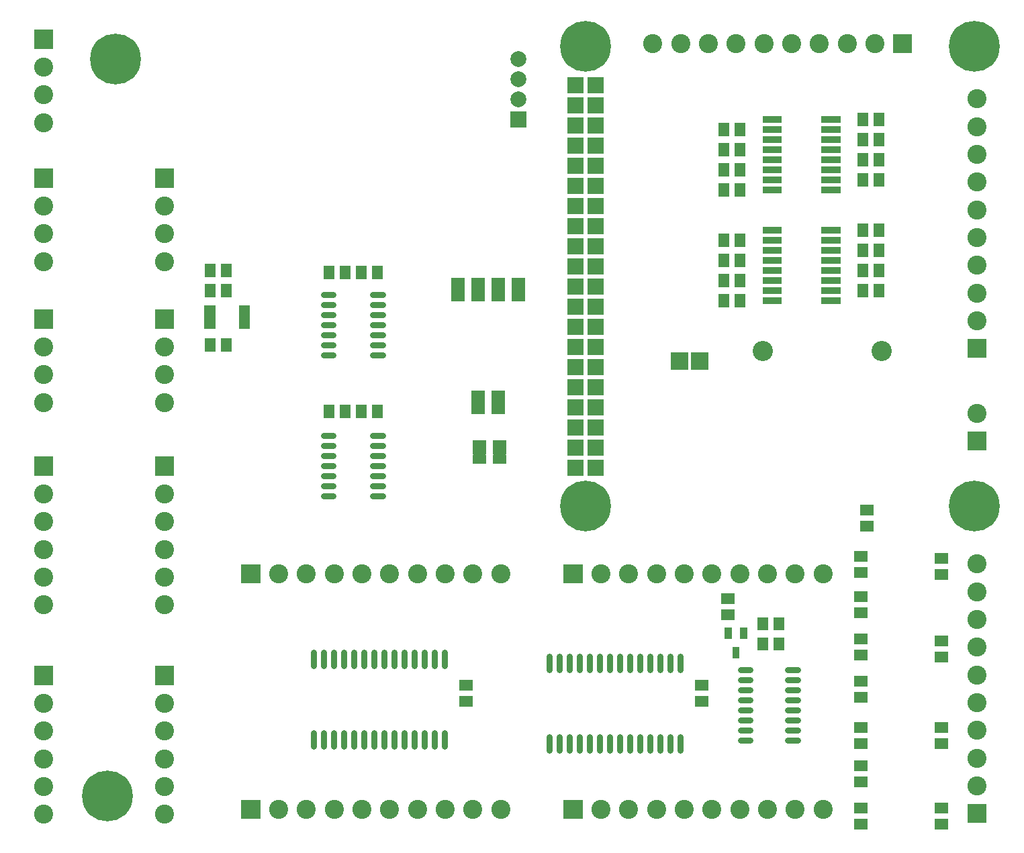
<source format=gbs>
G04 Layer: BottomSolderMaskLayer*
G04 EasyEDA v6.2.43, 2019-09-06T10:00:39+02:00*
G04 e5b5f855a0bb4ad7aac7fda025be0de6,91cc4837159741479c5be70faa949f3f,10*
G04 Gerber Generator version 0.2*
G04 Scale: 100 percent, Rotated: No, Reflected: No *
G04 Dimensions in millimeters *
G04 leading zeros omitted , absolute positions ,3 integer and 3 decimal *
%FSLAX33Y33*%
%MOMM*%
G90*
G71D02*

%ADD54C,0.803199*%
%ADD55R,2.082800X2.082800*%
%ADD57C,2.403196*%
%ADD60C,2.553208*%
%ADD66C,2.003196*%
%ADD78C,6.403188*%

%LPD*%
G54D54*
G01X92291Y11966D02*
G01X91091Y11966D01*
G01X92291Y13236D02*
G01X91091Y13236D01*
G01X92291Y14506D02*
G01X91091Y14506D01*
G01X92291Y15776D02*
G01X91091Y15776D01*
G01X92291Y17046D02*
G01X91091Y17046D01*
G01X92291Y18316D02*
G01X91091Y18316D01*
G01X92291Y19586D02*
G01X91091Y19586D01*
G01X92291Y20856D02*
G01X91091Y20856D01*
G01X98235Y11966D02*
G01X97035Y11966D01*
G01X98235Y13236D02*
G01X97035Y13236D01*
G01X98235Y14506D02*
G01X97035Y14506D01*
G01X98235Y15776D02*
G01X97035Y15776D01*
G01X98235Y17046D02*
G01X97035Y17046D01*
G01X98235Y18316D02*
G01X97035Y18316D01*
G01X98235Y19586D02*
G01X97035Y19586D01*
G01X98235Y20856D02*
G01X97035Y20856D01*
G01X66977Y22547D02*
G01X66977Y20847D01*
G01X68247Y22547D02*
G01X68247Y20847D01*
G01X69517Y22547D02*
G01X69517Y20847D01*
G01X70787Y22547D02*
G01X70787Y20847D01*
G01X72057Y22547D02*
G01X72057Y20847D01*
G01X73327Y22547D02*
G01X73327Y20847D01*
G01X74597Y22547D02*
G01X74597Y20847D01*
G01X75867Y22547D02*
G01X75867Y20847D01*
G01X77137Y22547D02*
G01X77137Y20847D01*
G01X78407Y22547D02*
G01X78407Y20847D01*
G01X79677Y22547D02*
G01X79677Y20847D01*
G01X80947Y22547D02*
G01X80947Y20847D01*
G01X82217Y22547D02*
G01X82217Y20847D01*
G01X83487Y22547D02*
G01X83487Y20847D01*
G01X66977Y12432D02*
G01X66977Y10732D01*
G01X68247Y12432D02*
G01X68247Y10732D01*
G01X69517Y12432D02*
G01X69517Y10732D01*
G01X70787Y12432D02*
G01X70787Y10732D01*
G01X72057Y12432D02*
G01X72057Y10732D01*
G01X73327Y12432D02*
G01X73327Y10732D01*
G01X74597Y12432D02*
G01X74597Y10732D01*
G01X75867Y12432D02*
G01X75867Y10732D01*
G01X77137Y12432D02*
G01X77137Y10732D01*
G01X78407Y12432D02*
G01X78407Y10732D01*
G01X79677Y12432D02*
G01X79677Y10732D01*
G01X80947Y12432D02*
G01X80947Y10732D01*
G01X82217Y12432D02*
G01X82217Y10732D01*
G01X83487Y12432D02*
G01X83487Y10732D01*
G01X37259Y23055D02*
G01X37259Y21355D01*
G01X38529Y23055D02*
G01X38529Y21355D01*
G01X39799Y23055D02*
G01X39799Y21355D01*
G01X41069Y23055D02*
G01X41069Y21355D01*
G01X42339Y23055D02*
G01X42339Y21355D01*
G01X43609Y23055D02*
G01X43609Y21355D01*
G01X44879Y23055D02*
G01X44879Y21355D01*
G01X46149Y23055D02*
G01X46149Y21355D01*
G01X47419Y23055D02*
G01X47419Y21355D01*
G01X48689Y23055D02*
G01X48689Y21355D01*
G01X49959Y23055D02*
G01X49959Y21355D01*
G01X51229Y23055D02*
G01X51229Y21355D01*
G01X52499Y23055D02*
G01X52499Y21355D01*
G01X53769Y23055D02*
G01X53769Y21355D01*
G01X37259Y12940D02*
G01X37259Y11240D01*
G01X38529Y12940D02*
G01X38529Y11240D01*
G01X39799Y12940D02*
G01X39799Y11240D01*
G01X41069Y12940D02*
G01X41069Y11240D01*
G01X42339Y12940D02*
G01X42339Y11240D01*
G01X43609Y12940D02*
G01X43609Y11240D01*
G01X44879Y12940D02*
G01X44879Y11240D01*
G01X46149Y12940D02*
G01X46149Y11240D01*
G01X47419Y12940D02*
G01X47419Y11240D01*
G01X48689Y12940D02*
G01X48689Y11240D01*
G01X49959Y12940D02*
G01X49959Y11240D01*
G01X51229Y12940D02*
G01X51229Y11240D01*
G01X52499Y12940D02*
G01X52499Y11240D01*
G01X53769Y12940D02*
G01X53769Y11240D01*
G01X45911Y50422D02*
G01X44711Y50422D01*
G01X45911Y49152D02*
G01X44711Y49152D01*
G01X45911Y47882D02*
G01X44711Y47882D01*
G01X45911Y46612D02*
G01X44711Y46612D01*
G01X45911Y45342D02*
G01X44711Y45342D01*
G01X45911Y44072D02*
G01X44711Y44072D01*
G01X45911Y42802D02*
G01X44711Y42802D01*
G01X39713Y50422D02*
G01X38513Y50422D01*
G01X39713Y49152D02*
G01X38513Y49152D01*
G01X39713Y47882D02*
G01X38513Y47882D01*
G01X39713Y46612D02*
G01X38513Y46612D01*
G01X39713Y45342D02*
G01X38513Y45342D01*
G01X39713Y44072D02*
G01X38513Y44072D01*
G01X39713Y42802D02*
G01X38513Y42802D01*
G01X45911Y68202D02*
G01X44711Y68202D01*
G01X45911Y66932D02*
G01X44711Y66932D01*
G01X45911Y65662D02*
G01X44711Y65662D01*
G01X45911Y64392D02*
G01X44711Y64392D01*
G01X45911Y63122D02*
G01X44711Y63122D01*
G01X45911Y61852D02*
G01X44711Y61852D01*
G01X45911Y60582D02*
G01X44711Y60582D01*
G01X39713Y68202D02*
G01X38513Y68202D01*
G01X39713Y66932D02*
G01X38513Y66932D01*
G01X39713Y65662D02*
G01X38513Y65662D01*
G01X39713Y64392D02*
G01X38513Y64392D01*
G01X39713Y63122D02*
G01X38513Y63122D01*
G01X39713Y61852D02*
G01X38513Y61852D01*
G01X39713Y60582D02*
G01X38513Y60582D01*
G36*
G01X95239Y23299D02*
G01X95239Y24971D01*
G01X96601Y24971D01*
G01X96601Y23299D01*
G01X95239Y23299D01*
G37*
G36*
G01X93207Y23299D02*
G01X93207Y24971D01*
G01X94569Y24971D01*
G01X94569Y23299D01*
G01X93207Y23299D01*
G37*
G36*
G01X106146Y38311D02*
G01X106146Y39672D01*
G01X107817Y39672D01*
G01X107817Y38311D01*
G01X106146Y38311D01*
G37*
G36*
G01X106146Y40343D02*
G01X106146Y41704D01*
G01X107817Y41704D01*
G01X107817Y40343D01*
G01X106146Y40343D01*
G37*
G36*
G01X115544Y32215D02*
G01X115544Y33576D01*
G01X117215Y33576D01*
G01X117215Y32215D01*
G01X115544Y32215D01*
G37*
G36*
G01X115544Y34247D02*
G01X115544Y35608D01*
G01X117215Y35608D01*
G01X117215Y34247D01*
G01X115544Y34247D01*
G37*
G36*
G01X105384Y32469D02*
G01X105384Y33830D01*
G01X107055Y33830D01*
G01X107055Y32469D01*
G01X105384Y32469D01*
G37*
G36*
G01X105384Y34501D02*
G01X105384Y35862D01*
G01X107055Y35862D01*
G01X107055Y34501D01*
G01X105384Y34501D01*
G37*
G36*
G01X105384Y27389D02*
G01X105384Y28750D01*
G01X107055Y28750D01*
G01X107055Y27389D01*
G01X105384Y27389D01*
G37*
G36*
G01X105384Y29421D02*
G01X105384Y30782D01*
G01X107055Y30782D01*
G01X107055Y29421D01*
G01X105384Y29421D01*
G37*
G36*
G01X115544Y21801D02*
G01X115544Y23162D01*
G01X117215Y23162D01*
G01X117215Y21801D01*
G01X115544Y21801D01*
G37*
G36*
G01X115544Y23833D02*
G01X115544Y25194D01*
G01X117215Y25194D01*
G01X117215Y23833D01*
G01X115544Y23833D01*
G37*
G36*
G01X105384Y22055D02*
G01X105384Y23416D01*
G01X107055Y23416D01*
G01X107055Y22055D01*
G01X105384Y22055D01*
G37*
G36*
G01X105384Y24087D02*
G01X105384Y25448D01*
G01X107055Y25448D01*
G01X107055Y24087D01*
G01X105384Y24087D01*
G37*
G36*
G01X105384Y16721D02*
G01X105384Y18082D01*
G01X107055Y18082D01*
G01X107055Y16721D01*
G01X105384Y16721D01*
G37*
G36*
G01X105384Y18753D02*
G01X105384Y20114D01*
G01X107055Y20114D01*
G01X107055Y18753D01*
G01X105384Y18753D01*
G37*
G36*
G01X115544Y10879D02*
G01X115544Y12240D01*
G01X117215Y12240D01*
G01X117215Y10879D01*
G01X115544Y10879D01*
G37*
G36*
G01X115544Y12911D02*
G01X115544Y14272D01*
G01X117215Y14272D01*
G01X117215Y12911D01*
G01X115544Y12911D01*
G37*
G36*
G01X105384Y10879D02*
G01X105384Y12240D01*
G01X107055Y12240D01*
G01X107055Y10879D01*
G01X105384Y10879D01*
G37*
G36*
G01X105384Y12911D02*
G01X105384Y14272D01*
G01X107055Y14272D01*
G01X107055Y12911D01*
G01X105384Y12911D01*
G37*
G36*
G01X105384Y6053D02*
G01X105384Y7414D01*
G01X107055Y7414D01*
G01X107055Y6053D01*
G01X105384Y6053D01*
G37*
G36*
G01X105384Y8085D02*
G01X105384Y9446D01*
G01X107055Y9446D01*
G01X107055Y8085D01*
G01X105384Y8085D01*
G37*
G36*
G01X115544Y719D02*
G01X115544Y2080D01*
G01X117215Y2080D01*
G01X117215Y719D01*
G01X115544Y719D01*
G37*
G36*
G01X115544Y2751D02*
G01X115544Y4112D01*
G01X117215Y4112D01*
G01X117215Y2751D01*
G01X115544Y2751D01*
G37*
G36*
G01X105384Y719D02*
G01X105384Y2080D01*
G01X107055Y2080D01*
G01X107055Y719D01*
G01X105384Y719D01*
G37*
G36*
G01X105384Y2751D02*
G01X105384Y4112D01*
G01X107055Y4112D01*
G01X107055Y2751D01*
G01X105384Y2751D01*
G37*
G36*
G01X90020Y22283D02*
G01X90020Y23736D01*
G01X90924Y23736D01*
G01X90924Y22283D01*
G01X90020Y22283D01*
G37*
G36*
G01X90970Y24783D02*
G01X90970Y26236D01*
G01X91874Y26236D01*
G01X91874Y24783D01*
G01X90970Y24783D01*
G37*
G36*
G01X89070Y24783D02*
G01X89070Y26236D01*
G01X89974Y26236D01*
G01X89974Y24783D01*
G01X89070Y24783D01*
G37*
G36*
G01X88620Y27135D02*
G01X88620Y28496D01*
G01X90291Y28496D01*
G01X90291Y27135D01*
G01X88620Y27135D01*
G37*
G36*
G01X88620Y29167D02*
G01X88620Y30528D01*
G01X90291Y30528D01*
G01X90291Y29167D01*
G01X88620Y29167D01*
G37*
G36*
G01X95239Y25839D02*
G01X95239Y27511D01*
G01X96601Y27511D01*
G01X96601Y25839D01*
G01X95239Y25839D01*
G37*
G36*
G01X93207Y25839D02*
G01X93207Y27511D01*
G01X94569Y27511D01*
G01X94569Y25839D01*
G01X93207Y25839D01*
G37*
G36*
G01X88267Y88194D02*
G01X88267Y89865D01*
G01X89631Y89865D01*
G01X89631Y88194D01*
G01X88267Y88194D01*
G37*
G36*
G01X90299Y88194D02*
G01X90299Y89865D01*
G01X91663Y89865D01*
G01X91663Y88194D01*
G01X90299Y88194D01*
G37*
G36*
G01X105793Y81844D02*
G01X105793Y83515D01*
G01X107157Y83515D01*
G01X107157Y81844D01*
G01X105793Y81844D01*
G37*
G36*
G01X107825Y81844D02*
G01X107825Y83515D01*
G01X109189Y83515D01*
G01X109189Y81844D01*
G01X107825Y81844D01*
G37*
G36*
G01X93842Y80957D02*
G01X93842Y81862D01*
G01X96245Y81862D01*
G01X96245Y80957D01*
G01X93842Y80957D01*
G37*
G36*
G01X93842Y82227D02*
G01X93842Y83132D01*
G01X96245Y83132D01*
G01X96245Y82227D01*
G01X93842Y82227D01*
G37*
G36*
G01X93842Y83497D02*
G01X93842Y84402D01*
G01X96245Y84402D01*
G01X96245Y83497D01*
G01X93842Y83497D01*
G37*
G36*
G01X93842Y84767D02*
G01X93842Y85672D01*
G01X96245Y85672D01*
G01X96245Y84767D01*
G01X93842Y84767D01*
G37*
G36*
G01X93842Y86037D02*
G01X93842Y86942D01*
G01X96245Y86942D01*
G01X96245Y86037D01*
G01X93842Y86037D01*
G37*
G36*
G01X93842Y87307D02*
G01X93842Y88212D01*
G01X96245Y88212D01*
G01X96245Y87307D01*
G01X93842Y87307D01*
G37*
G36*
G01X93842Y88577D02*
G01X93842Y89482D01*
G01X96245Y89482D01*
G01X96245Y88577D01*
G01X93842Y88577D01*
G37*
G36*
G01X93842Y89847D02*
G01X93842Y90752D01*
G01X96245Y90752D01*
G01X96245Y89847D01*
G01X93842Y89847D01*
G37*
G36*
G01X101241Y89847D02*
G01X101241Y90752D01*
G01X103644Y90752D01*
G01X103644Y89847D01*
G01X101241Y89847D01*
G37*
G36*
G01X101241Y88577D02*
G01X101241Y89482D01*
G01X103644Y89482D01*
G01X103644Y88577D01*
G01X101241Y88577D01*
G37*
G36*
G01X101241Y87307D02*
G01X101241Y88212D01*
G01X103644Y88212D01*
G01X103644Y87307D01*
G01X101241Y87307D01*
G37*
G36*
G01X101241Y86037D02*
G01X101241Y86942D01*
G01X103644Y86942D01*
G01X103644Y86037D01*
G01X101241Y86037D01*
G37*
G36*
G01X101241Y84767D02*
G01X101241Y85672D01*
G01X103644Y85672D01*
G01X103644Y84767D01*
G01X101241Y84767D01*
G37*
G36*
G01X101241Y83497D02*
G01X101241Y84402D01*
G01X103644Y84402D01*
G01X103644Y83497D01*
G01X101241Y83497D01*
G37*
G36*
G01X101241Y82227D02*
G01X101241Y83132D01*
G01X103644Y83132D01*
G01X103644Y82227D01*
G01X101241Y82227D01*
G37*
G36*
G01X101241Y80957D02*
G01X101241Y81862D01*
G01X103644Y81862D01*
G01X103644Y80957D01*
G01X101241Y80957D01*
G37*
G36*
G01X105793Y84384D02*
G01X105793Y86055D01*
G01X107157Y86055D01*
G01X107157Y84384D01*
G01X105793Y84384D01*
G37*
G36*
G01X107825Y84384D02*
G01X107825Y86055D01*
G01X109189Y86055D01*
G01X109189Y84384D01*
G01X107825Y84384D01*
G37*
G36*
G01X105793Y86924D02*
G01X105793Y88595D01*
G01X107157Y88595D01*
G01X107157Y86924D01*
G01X105793Y86924D01*
G37*
G36*
G01X107825Y86924D02*
G01X107825Y88595D01*
G01X109189Y88595D01*
G01X109189Y86924D01*
G01X107825Y86924D01*
G37*
G36*
G01X105793Y89464D02*
G01X105793Y91135D01*
G01X107157Y91135D01*
G01X107157Y89464D01*
G01X105793Y89464D01*
G37*
G36*
G01X107825Y89464D02*
G01X107825Y91135D01*
G01X109189Y91135D01*
G01X109189Y89464D01*
G01X107825Y89464D01*
G37*
G36*
G01X88267Y85654D02*
G01X88267Y87325D01*
G01X89631Y87325D01*
G01X89631Y85654D01*
G01X88267Y85654D01*
G37*
G36*
G01X90299Y85654D02*
G01X90299Y87325D01*
G01X91663Y87325D01*
G01X91663Y85654D01*
G01X90299Y85654D01*
G37*
G36*
G01X88267Y83114D02*
G01X88267Y84785D01*
G01X89631Y84785D01*
G01X89631Y83114D01*
G01X88267Y83114D01*
G37*
G36*
G01X90299Y83114D02*
G01X90299Y84785D01*
G01X91663Y84785D01*
G01X91663Y83114D01*
G01X90299Y83114D01*
G37*
G36*
G01X88267Y80574D02*
G01X88267Y82245D01*
G01X89631Y82245D01*
G01X89631Y80574D01*
G01X88267Y80574D01*
G37*
G36*
G01X90299Y80574D02*
G01X90299Y82245D01*
G01X91663Y82245D01*
G01X91663Y80574D01*
G01X90299Y80574D01*
G37*
G36*
G01X88267Y74224D02*
G01X88267Y75895D01*
G01X89631Y75895D01*
G01X89631Y74224D01*
G01X88267Y74224D01*
G37*
G36*
G01X90299Y74224D02*
G01X90299Y75895D01*
G01X91663Y75895D01*
G01X91663Y74224D01*
G01X90299Y74224D01*
G37*
G36*
G01X105793Y67874D02*
G01X105793Y69545D01*
G01X107157Y69545D01*
G01X107157Y67874D01*
G01X105793Y67874D01*
G37*
G36*
G01X107825Y67874D02*
G01X107825Y69545D01*
G01X109189Y69545D01*
G01X109189Y67874D01*
G01X107825Y67874D01*
G37*
G36*
G01X93842Y66987D02*
G01X93842Y67892D01*
G01X96245Y67892D01*
G01X96245Y66987D01*
G01X93842Y66987D01*
G37*
G36*
G01X93842Y68257D02*
G01X93842Y69162D01*
G01X96245Y69162D01*
G01X96245Y68257D01*
G01X93842Y68257D01*
G37*
G36*
G01X93842Y69527D02*
G01X93842Y70432D01*
G01X96245Y70432D01*
G01X96245Y69527D01*
G01X93842Y69527D01*
G37*
G36*
G01X93842Y70797D02*
G01X93842Y71702D01*
G01X96245Y71702D01*
G01X96245Y70797D01*
G01X93842Y70797D01*
G37*
G36*
G01X93842Y72067D02*
G01X93842Y72972D01*
G01X96245Y72972D01*
G01X96245Y72067D01*
G01X93842Y72067D01*
G37*
G36*
G01X93842Y73337D02*
G01X93842Y74242D01*
G01X96245Y74242D01*
G01X96245Y73337D01*
G01X93842Y73337D01*
G37*
G36*
G01X93842Y74607D02*
G01X93842Y75512D01*
G01X96245Y75512D01*
G01X96245Y74607D01*
G01X93842Y74607D01*
G37*
G36*
G01X93842Y75877D02*
G01X93842Y76782D01*
G01X96245Y76782D01*
G01X96245Y75877D01*
G01X93842Y75877D01*
G37*
G36*
G01X101241Y75877D02*
G01X101241Y76782D01*
G01X103644Y76782D01*
G01X103644Y75877D01*
G01X101241Y75877D01*
G37*
G36*
G01X101241Y74607D02*
G01X101241Y75512D01*
G01X103644Y75512D01*
G01X103644Y74607D01*
G01X101241Y74607D01*
G37*
G36*
G01X101241Y73337D02*
G01X101241Y74242D01*
G01X103644Y74242D01*
G01X103644Y73337D01*
G01X101241Y73337D01*
G37*
G36*
G01X101241Y72067D02*
G01X101241Y72972D01*
G01X103644Y72972D01*
G01X103644Y72067D01*
G01X101241Y72067D01*
G37*
G36*
G01X101241Y70797D02*
G01X101241Y71702D01*
G01X103644Y71702D01*
G01X103644Y70797D01*
G01X101241Y70797D01*
G37*
G36*
G01X101241Y69527D02*
G01X101241Y70432D01*
G01X103644Y70432D01*
G01X103644Y69527D01*
G01X101241Y69527D01*
G37*
G36*
G01X101241Y68257D02*
G01X101241Y69162D01*
G01X103644Y69162D01*
G01X103644Y68257D01*
G01X101241Y68257D01*
G37*
G36*
G01X101241Y66987D02*
G01X101241Y67892D01*
G01X103644Y67892D01*
G01X103644Y66987D01*
G01X101241Y66987D01*
G37*
G36*
G01X105793Y70414D02*
G01X105793Y72085D01*
G01X107157Y72085D01*
G01X107157Y70414D01*
G01X105793Y70414D01*
G37*
G36*
G01X107825Y70414D02*
G01X107825Y72085D01*
G01X109189Y72085D01*
G01X109189Y70414D01*
G01X107825Y70414D01*
G37*
G36*
G01X105793Y72954D02*
G01X105793Y74625D01*
G01X107157Y74625D01*
G01X107157Y72954D01*
G01X105793Y72954D01*
G37*
G36*
G01X107825Y72954D02*
G01X107825Y74625D01*
G01X109189Y74625D01*
G01X109189Y72954D01*
G01X107825Y72954D01*
G37*
G36*
G01X105793Y75494D02*
G01X105793Y77165D01*
G01X107157Y77165D01*
G01X107157Y75494D01*
G01X105793Y75494D01*
G37*
G36*
G01X107825Y75494D02*
G01X107825Y77165D01*
G01X109189Y77165D01*
G01X109189Y75494D01*
G01X107825Y75494D01*
G37*
G36*
G01X88267Y71684D02*
G01X88267Y73355D01*
G01X89631Y73355D01*
G01X89631Y71684D01*
G01X88267Y71684D01*
G37*
G36*
G01X90299Y71684D02*
G01X90299Y73355D01*
G01X91663Y73355D01*
G01X91663Y71684D01*
G01X90299Y71684D01*
G37*
G36*
G01X88267Y69144D02*
G01X88267Y70815D01*
G01X89631Y70815D01*
G01X89631Y69144D01*
G01X88267Y69144D01*
G37*
G36*
G01X90299Y69144D02*
G01X90299Y70815D01*
G01X91663Y70815D01*
G01X91663Y69144D01*
G01X90299Y69144D01*
G37*
G36*
G01X88267Y66604D02*
G01X88267Y68275D01*
G01X89631Y68275D01*
G01X89631Y66604D01*
G01X88267Y66604D01*
G37*
G36*
G01X90299Y66604D02*
G01X90299Y68275D01*
G01X91663Y68275D01*
G01X91663Y66604D01*
G01X90299Y66604D01*
G37*
G36*
G01X85318Y18245D02*
G01X85318Y19606D01*
G01X86992Y19606D01*
G01X86992Y18245D01*
G01X85318Y18245D01*
G37*
G36*
G01X85318Y16213D02*
G01X85318Y17574D01*
G01X86992Y17574D01*
G01X86992Y16213D01*
G01X85318Y16213D01*
G37*
G36*
G01X55600Y18245D02*
G01X55600Y19606D01*
G01X57274Y19606D01*
G01X57274Y18245D01*
G01X55600Y18245D01*
G37*
G36*
G01X55600Y16213D02*
G01X55600Y17574D01*
G01X57274Y17574D01*
G01X57274Y16213D01*
G01X55600Y16213D01*
G37*
G36*
G01X23446Y65999D02*
G01X23446Y66848D01*
G01X24846Y66848D01*
G01X24846Y65999D01*
G01X23446Y65999D01*
G37*
G36*
G01X23446Y65349D02*
G01X23446Y66048D01*
G01X24846Y66048D01*
G01X24846Y65349D01*
G01X23446Y65349D01*
G37*
G36*
G01X23446Y64699D02*
G01X23446Y65397D01*
G01X24846Y65397D01*
G01X24846Y64699D01*
G01X23446Y64699D01*
G37*
G36*
G01X23446Y63899D02*
G01X23446Y64750D01*
G01X24846Y64750D01*
G01X24846Y63899D01*
G01X23446Y63899D01*
G37*
G36*
G01X27797Y63899D02*
G01X27797Y64750D01*
G01X29197Y64750D01*
G01X29197Y63899D01*
G01X27797Y63899D01*
G37*
G36*
G01X27797Y64699D02*
G01X27797Y65397D01*
G01X29197Y65397D01*
G01X29197Y64699D01*
G01X27797Y64699D01*
G37*
G36*
G01X27797Y65349D02*
G01X27797Y66048D01*
G01X29197Y66048D01*
G01X29197Y65349D01*
G01X27797Y65349D01*
G37*
G36*
G01X27797Y65999D02*
G01X27797Y66848D01*
G01X29197Y66848D01*
G01X29197Y65999D01*
G01X27797Y65999D01*
G37*
G36*
G01X23497Y61016D02*
G01X23497Y62687D01*
G01X24861Y62687D01*
G01X24861Y61016D01*
G01X23497Y61016D01*
G37*
G36*
G01X25529Y61016D02*
G01X25529Y62687D01*
G01X26893Y62687D01*
G01X26893Y61016D01*
G01X25529Y61016D01*
G37*
G36*
G01X23497Y70414D02*
G01X23497Y72085D01*
G01X24861Y72085D01*
G01X24861Y70414D01*
G01X23497Y70414D01*
G37*
G36*
G01X25529Y70414D02*
G01X25529Y72085D01*
G01X26893Y72085D01*
G01X26893Y70414D01*
G01X25529Y70414D01*
G37*
G36*
G01X25529Y67874D02*
G01X25529Y69545D01*
G01X26893Y69545D01*
G01X26893Y67874D01*
G01X25529Y67874D01*
G37*
G36*
G01X23497Y67874D02*
G01X23497Y69545D01*
G01X24861Y69545D01*
G01X24861Y67874D01*
G01X23497Y67874D01*
G37*
G36*
G01X40515Y52634D02*
G01X40515Y54305D01*
G01X41876Y54305D01*
G01X41876Y52634D01*
G01X40515Y52634D01*
G37*
G36*
G01X38483Y52634D02*
G01X38483Y54305D01*
G01X39844Y54305D01*
G01X39844Y52634D01*
G01X38483Y52634D01*
G37*
G36*
G01X42547Y52634D02*
G01X42547Y54305D01*
G01X43911Y54305D01*
G01X43911Y52634D01*
G01X42547Y52634D01*
G37*
G36*
G01X44579Y52634D02*
G01X44579Y54305D01*
G01X45943Y54305D01*
G01X45943Y52634D01*
G01X44579Y52634D01*
G37*
G36*
G01X40515Y70160D02*
G01X40515Y71831D01*
G01X41876Y71831D01*
G01X41876Y70160D01*
G01X40515Y70160D01*
G37*
G36*
G01X38483Y70160D02*
G01X38483Y71831D01*
G01X39844Y71831D01*
G01X39844Y70160D01*
G01X38483Y70160D01*
G37*
G36*
G01X42547Y70160D02*
G01X42547Y71831D01*
G01X43911Y71831D01*
G01X43911Y70160D01*
G01X42547Y70160D01*
G37*
G36*
G01X44579Y70160D02*
G01X44579Y71831D01*
G01X45943Y71831D01*
G01X45943Y70160D01*
G01X44579Y70160D01*
G37*
G36*
G01X63040Y69230D02*
G01X62176Y69662D01*
G01X62176Y70335D01*
G01X63903Y70335D01*
G01X63903Y69662D01*
G01X63040Y69230D01*
G37*
G36*
G01X63040Y68087D02*
G01X62176Y68519D01*
G01X62176Y69637D01*
G01X63040Y69205D01*
G01X63903Y69637D01*
G01X63903Y68519D01*
G01X63040Y68087D01*
G37*
G36*
G01X62176Y67338D02*
G01X62176Y68494D01*
G01X63040Y68062D01*
G01X63903Y68494D01*
G01X63903Y67338D01*
G01X62176Y67338D01*
G37*
G36*
G01X60500Y69230D02*
G01X59636Y69662D01*
G01X59636Y70335D01*
G01X61363Y70335D01*
G01X61363Y69662D01*
G01X60500Y69230D01*
G37*
G36*
G01X60500Y68087D02*
G01X59636Y68519D01*
G01X59636Y69637D01*
G01X60500Y69205D01*
G01X61363Y69637D01*
G01X61363Y68519D01*
G01X60500Y68087D01*
G37*
G36*
G01X59636Y67338D02*
G01X59636Y68494D01*
G01X60500Y68062D01*
G01X61363Y68494D01*
G01X61363Y67338D01*
G01X59636Y67338D01*
G37*
G36*
G01X57960Y69230D02*
G01X57096Y69662D01*
G01X57096Y70335D01*
G01X58823Y70335D01*
G01X58823Y69662D01*
G01X57960Y69230D01*
G37*
G36*
G01X57960Y68087D02*
G01X57096Y68519D01*
G01X57096Y69637D01*
G01X57960Y69205D01*
G01X58823Y69637D01*
G01X58823Y68519D01*
G01X57960Y68087D01*
G37*
G36*
G01X57096Y67338D02*
G01X57096Y68494D01*
G01X57960Y68062D01*
G01X58823Y68494D01*
G01X58823Y67338D01*
G01X57096Y67338D01*
G37*
G36*
G01X55420Y69230D02*
G01X54556Y69662D01*
G01X54556Y70335D01*
G01X56283Y70335D01*
G01X56283Y69662D01*
G01X55420Y69230D01*
G37*
G36*
G01X55420Y68087D02*
G01X54556Y68519D01*
G01X54556Y69637D01*
G01X55420Y69205D01*
G01X56283Y69637D01*
G01X56283Y68519D01*
G01X55420Y68087D01*
G37*
G36*
G01X54556Y67338D02*
G01X54556Y68494D01*
G01X55420Y68062D01*
G01X56283Y68494D01*
G01X56283Y67338D01*
G01X54556Y67338D01*
G37*
G36*
G01X58120Y48738D02*
G01X57256Y49169D01*
G01X57256Y49842D01*
G01X58983Y49842D01*
G01X58983Y49169D01*
G01X58120Y48738D01*
G37*
G36*
G01X58120Y47595D02*
G01X57256Y48026D01*
G01X57256Y49144D01*
G01X58120Y48712D01*
G01X58983Y49144D01*
G01X58983Y48026D01*
G01X58120Y47595D01*
G37*
G36*
G01X57256Y46845D02*
G01X57256Y48001D01*
G01X58120Y47569D01*
G01X58983Y48001D01*
G01X58983Y46845D01*
G01X57256Y46845D01*
G37*
G36*
G01X60660Y48738D02*
G01X59796Y49169D01*
G01X59796Y49842D01*
G01X61523Y49842D01*
G01X61523Y49169D01*
G01X60660Y48738D01*
G37*
G36*
G01X60660Y47595D02*
G01X59796Y48026D01*
G01X59796Y49144D01*
G01X60660Y48712D01*
G01X61523Y49144D01*
G01X61523Y48026D01*
G01X60660Y47595D01*
G37*
G36*
G01X59796Y46845D02*
G01X59796Y48001D01*
G01X60660Y47569D01*
G01X61523Y48001D01*
G01X61523Y46845D01*
G01X59796Y46845D01*
G37*
G36*
G01X57960Y55006D02*
G01X57096Y55438D01*
G01X57096Y56111D01*
G01X58823Y56111D01*
G01X58823Y55438D01*
G01X57960Y55006D01*
G37*
G36*
G01X57960Y53863D02*
G01X57096Y54295D01*
G01X57096Y55413D01*
G01X57960Y54981D01*
G01X58823Y55413D01*
G01X58823Y54295D01*
G01X57960Y53863D01*
G37*
G36*
G01X57096Y53114D02*
G01X57096Y54270D01*
G01X57960Y53838D01*
G01X58823Y54270D01*
G01X58823Y53114D01*
G01X57096Y53114D01*
G37*
G36*
G01X60500Y55006D02*
G01X59636Y55438D01*
G01X59636Y56111D01*
G01X61363Y56111D01*
G01X61363Y55438D01*
G01X60500Y55006D01*
G37*
G36*
G01X60500Y53863D02*
G01X59636Y54295D01*
G01X59636Y55413D01*
G01X60500Y54981D01*
G01X61363Y55413D01*
G01X61363Y54295D01*
G01X60500Y53863D01*
G37*
G36*
G01X59636Y53114D02*
G01X59636Y54270D01*
G01X60500Y53838D01*
G01X61363Y54270D01*
G01X61363Y53114D01*
G01X59636Y53114D01*
G37*
G54D55*
G01X72771Y46370D03*
G01X70231Y46370D03*
G01X72771Y48910D03*
G01X70231Y48910D03*
G01X72771Y51450D03*
G01X70231Y51450D03*
G01X72771Y53990D03*
G01X70231Y53990D03*
G01X72771Y56530D03*
G01X70231Y56530D03*
G01X72771Y59070D03*
G01X70231Y59070D03*
G01X72771Y61610D03*
G01X70231Y61610D03*
G01X72771Y64150D03*
G01X70231Y64150D03*
G01X72771Y66690D03*
G01X70231Y66690D03*
G01X72771Y69230D03*
G01X70231Y69230D03*
G01X72771Y71770D03*
G01X70231Y71770D03*
G01X72771Y74310D03*
G01X70231Y74310D03*
G01X72771Y76850D03*
G01X70231Y76850D03*
G01X72771Y79390D03*
G01X70231Y79390D03*
G01X72771Y81930D03*
G01X70231Y81930D03*
G01X72771Y84470D03*
G01X70231Y84470D03*
G01X72771Y87010D03*
G01X70231Y87010D03*
G01X72771Y89550D03*
G01X70231Y89550D03*
G01X72771Y92090D03*
G01X70231Y92090D03*
G01X72771Y94630D03*
G01X70231Y94630D03*
G36*
G01X28117Y2040D02*
G01X28117Y4442D01*
G01X30520Y4442D01*
G01X30520Y2040D01*
G01X28117Y2040D01*
G37*
G54D57*
G01X32818Y3242D03*
G01X36318Y3242D03*
G01X39818Y3242D03*
G01X43318Y3242D03*
G01X46818Y3242D03*
G01X50318Y3242D03*
G01X53818Y3242D03*
G01X57318Y3242D03*
G01X60818Y3242D03*
G36*
G01X28117Y31758D02*
G01X28117Y34160D01*
G01X30520Y34160D01*
G01X30520Y31758D01*
G01X28117Y31758D01*
G37*
G01X32818Y32959D03*
G01X36318Y32959D03*
G01X39818Y32959D03*
G01X43318Y32959D03*
G01X46818Y32959D03*
G01X50318Y32959D03*
G01X53818Y32959D03*
G01X57318Y32959D03*
G01X60818Y32959D03*
G54D60*
G01X108886Y61089D03*
G01X93886Y61089D03*
G36*
G01X68757Y2040D02*
G01X68757Y4442D01*
G01X71160Y4442D01*
G01X71160Y2040D01*
G01X68757Y2040D01*
G37*
G54D57*
G01X73458Y3242D03*
G01X76958Y3242D03*
G01X80458Y3242D03*
G01X83958Y3242D03*
G01X87458Y3242D03*
G01X90958Y3242D03*
G01X94458Y3242D03*
G01X97958Y3242D03*
G01X101458Y3242D03*
G36*
G01X68757Y31758D02*
G01X68757Y34160D01*
G01X71160Y34160D01*
G01X71160Y31758D01*
G01X68757Y31758D01*
G37*
G01X73458Y32959D03*
G01X76958Y32959D03*
G01X80458Y32959D03*
G01X83958Y32959D03*
G01X87458Y32959D03*
G01X90958Y32959D03*
G01X94458Y32959D03*
G01X97958Y32959D03*
G01X101458Y32959D03*
G36*
G01X110291Y98687D02*
G01X110291Y101089D01*
G01X112697Y101089D01*
G01X112697Y98687D01*
G01X110291Y98687D01*
G37*
G01X107994Y99888D03*
G01X104494Y99888D03*
G01X100994Y99888D03*
G01X97494Y99888D03*
G01X93994Y99888D03*
G01X90494Y99888D03*
G01X86994Y99888D03*
G01X83494Y99888D03*
G01X79994Y99888D03*
G36*
G01X119687Y60203D02*
G01X119687Y62606D01*
G01X122090Y62606D01*
G01X122090Y60203D01*
G01X119687Y60203D01*
G37*
G01X120888Y64904D03*
G01X120888Y68403D03*
G01X120888Y71904D03*
G01X120888Y75403D03*
G01X120888Y78904D03*
G01X120888Y82403D03*
G01X120888Y85904D03*
G01X120888Y89403D03*
G01X120888Y92904D03*
G36*
G01X119687Y1529D02*
G01X119687Y3932D01*
G01X122090Y3932D01*
G01X122090Y1529D01*
G01X119687Y1529D01*
G37*
G01X120888Y6230D03*
G01X120888Y9729D03*
G01X120888Y13230D03*
G01X120888Y16729D03*
G01X120888Y20230D03*
G01X120888Y23729D03*
G01X120888Y27230D03*
G01X120888Y30729D03*
G01X120888Y34230D03*
G36*
G01X1958Y45349D02*
G01X1958Y47752D01*
G01X4361Y47752D01*
G01X4361Y45349D01*
G01X1958Y45349D01*
G37*
G01X3160Y43051D03*
G01X3160Y39552D03*
G01X3160Y36051D03*
G01X3160Y32552D03*
G01X3160Y29052D03*
G36*
G01X17198Y45349D02*
G01X17198Y47752D01*
G01X19601Y47752D01*
G01X19601Y45349D01*
G01X17198Y45349D01*
G37*
G01X18400Y43051D03*
G01X18400Y39552D03*
G01X18400Y36051D03*
G01X18400Y32552D03*
G01X18400Y29052D03*
G36*
G01X1958Y18933D02*
G01X1958Y21336D01*
G01X4361Y21336D01*
G01X4361Y18933D01*
G01X1958Y18933D01*
G37*
G01X3160Y16635D03*
G01X3160Y13136D03*
G01X3160Y9635D03*
G01X3160Y6136D03*
G01X3160Y2636D03*
G36*
G01X17198Y18933D02*
G01X17198Y21336D01*
G01X19601Y21336D01*
G01X19601Y18933D01*
G01X17198Y18933D01*
G37*
G01X18400Y16635D03*
G01X18400Y13136D03*
G01X18400Y9635D03*
G01X18400Y6136D03*
G01X18400Y2636D03*
G36*
G01X17198Y81671D02*
G01X17198Y84074D01*
G01X19601Y84074D01*
G01X19601Y81671D01*
G01X17198Y81671D01*
G37*
G01X18400Y79373D03*
G01X18400Y75874D03*
G01X18400Y72373D03*
G36*
G01X1958Y81671D02*
G01X1958Y84074D01*
G01X4361Y84074D01*
G01X4361Y81671D01*
G01X1958Y81671D01*
G37*
G01X3160Y79373D03*
G01X3160Y75874D03*
G01X3160Y72373D03*
G36*
G01X17198Y63891D02*
G01X17198Y66294D01*
G01X19601Y66294D01*
G01X19601Y63891D01*
G01X17198Y63891D01*
G37*
G01X18400Y61593D03*
G01X18400Y58094D03*
G01X18400Y54593D03*
G36*
G01X1958Y63891D02*
G01X1958Y66294D01*
G01X4361Y66294D01*
G01X4361Y63891D01*
G01X1958Y63891D01*
G37*
G01X3160Y61593D03*
G01X3160Y58094D03*
G01X3160Y54593D03*
G36*
G01X1958Y99197D02*
G01X1958Y101600D01*
G01X4361Y101600D01*
G01X4361Y99197D01*
G01X1958Y99197D01*
G37*
G01X3160Y96899D03*
G01X3160Y93400D03*
G01X3160Y89899D03*
G36*
G01X119687Y48517D02*
G01X119687Y50922D01*
G01X122090Y50922D01*
G01X122090Y48517D01*
G01X119687Y48517D01*
G37*
G01X120888Y53220D03*
G36*
G01X62039Y89299D02*
G01X62039Y91300D01*
G01X64041Y91300D01*
G01X64041Y89299D01*
G01X62039Y89299D01*
G37*
G54D66*
G01X63040Y92840D03*
G01X63040Y95380D03*
G01X63040Y97920D03*
G36*
G01X82293Y58753D02*
G01X82293Y60886D01*
G01X84427Y60886D01*
G01X84427Y58753D01*
G01X82293Y58753D01*
G37*
G36*
G01X84833Y58753D02*
G01X84833Y60886D01*
G01X86967Y60886D01*
G01X86967Y58753D01*
G01X84833Y58753D01*
G37*
G54D78*
G01X120500Y41500D03*
G01X120500Y99499D03*
G01X71500Y99499D03*
G01X71500Y41500D03*
G01X11224Y4956D03*
G01X12240Y97920D03*

%LPD*%
G36*
G01X63802Y70233D02*
G01X62278Y70233D01*
G01X62278Y67693D01*
G01X63802Y67693D01*
G01X63802Y70233D01*
G37*

%LPD*%
G36*
G01X61262Y70233D02*
G01X59738Y70233D01*
G01X59738Y67693D01*
G01X61262Y67693D01*
G01X61262Y70233D01*
G37*

%LPD*%
G36*
G01X58722Y70233D02*
G01X57198Y70233D01*
G01X57198Y67693D01*
G01X58722Y67693D01*
G01X58722Y70233D01*
G37*

%LPD*%
G36*
G01X56182Y70233D02*
G01X54658Y70233D01*
G01X54658Y67693D01*
G01X56182Y67693D01*
G01X56182Y70233D01*
G37*

%LPD*%
G36*
G01X58882Y49741D02*
G01X57358Y49741D01*
G01X57358Y47201D01*
G01X58882Y47201D01*
G01X58882Y49741D01*
G37*

%LPD*%
G36*
G01X61422Y49741D02*
G01X59898Y49741D01*
G01X59898Y47201D01*
G01X61422Y47201D01*
G01X61422Y49741D01*
G37*

%LPD*%
G36*
G01X58722Y56009D02*
G01X57198Y56009D01*
G01X57198Y53469D01*
G01X58722Y53469D01*
G01X58722Y56009D01*
G37*

%LPD*%
G36*
G01X61262Y56009D02*
G01X59738Y56009D01*
G01X59738Y53469D01*
G01X61262Y53469D01*
G01X61262Y56009D01*
G37*
M00*
M02*

</source>
